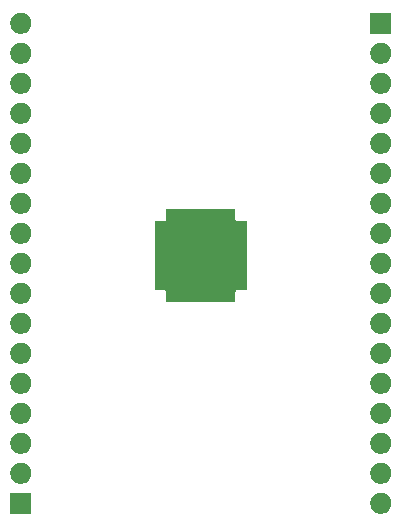
<source format=gbr>
G04 #@! TF.GenerationSoftware,KiCad,Pcbnew,(5.1.5-0-10_14)*
G04 #@! TF.CreationDate,2020-05-04T17:52:18-06:00*
G04 #@! TF.ProjectId,L6207Q,4c363230-3751-42e6-9b69-6361645f7063,rev?*
G04 #@! TF.SameCoordinates,Original*
G04 #@! TF.FileFunction,Soldermask,Top*
G04 #@! TF.FilePolarity,Negative*
%FSLAX46Y46*%
G04 Gerber Fmt 4.6, Leading zero omitted, Abs format (unit mm)*
G04 Created by KiCad (PCBNEW (5.1.5-0-10_14)) date 2020-05-04 17:52:18*
%MOMM*%
%LPD*%
G04 APERTURE LIST*
%ADD10C,0.100000*%
G04 APERTURE END LIST*
D10*
G36*
X44563512Y-53713927D02*
G01*
X44712812Y-53743624D01*
X44876784Y-53811544D01*
X45024354Y-53910147D01*
X45149853Y-54035646D01*
X45248456Y-54183216D01*
X45316376Y-54347188D01*
X45351000Y-54521259D01*
X45351000Y-54698741D01*
X45316376Y-54872812D01*
X45248456Y-55036784D01*
X45149853Y-55184354D01*
X45024354Y-55309853D01*
X44876784Y-55408456D01*
X44712812Y-55476376D01*
X44563512Y-55506073D01*
X44538742Y-55511000D01*
X44361258Y-55511000D01*
X44336488Y-55506073D01*
X44187188Y-55476376D01*
X44023216Y-55408456D01*
X43875646Y-55309853D01*
X43750147Y-55184354D01*
X43651544Y-55036784D01*
X43583624Y-54872812D01*
X43549000Y-54698741D01*
X43549000Y-54521259D01*
X43583624Y-54347188D01*
X43651544Y-54183216D01*
X43750147Y-54035646D01*
X43875646Y-53910147D01*
X44023216Y-53811544D01*
X44187188Y-53743624D01*
X44336488Y-53713927D01*
X44361258Y-53709000D01*
X44538742Y-53709000D01*
X44563512Y-53713927D01*
G37*
G36*
X14871000Y-55511000D02*
G01*
X13069000Y-55511000D01*
X13069000Y-53709000D01*
X14871000Y-53709000D01*
X14871000Y-55511000D01*
G37*
G36*
X44563512Y-51173927D02*
G01*
X44712812Y-51203624D01*
X44876784Y-51271544D01*
X45024354Y-51370147D01*
X45149853Y-51495646D01*
X45248456Y-51643216D01*
X45316376Y-51807188D01*
X45351000Y-51981259D01*
X45351000Y-52158741D01*
X45316376Y-52332812D01*
X45248456Y-52496784D01*
X45149853Y-52644354D01*
X45024354Y-52769853D01*
X44876784Y-52868456D01*
X44712812Y-52936376D01*
X44563512Y-52966073D01*
X44538742Y-52971000D01*
X44361258Y-52971000D01*
X44336488Y-52966073D01*
X44187188Y-52936376D01*
X44023216Y-52868456D01*
X43875646Y-52769853D01*
X43750147Y-52644354D01*
X43651544Y-52496784D01*
X43583624Y-52332812D01*
X43549000Y-52158741D01*
X43549000Y-51981259D01*
X43583624Y-51807188D01*
X43651544Y-51643216D01*
X43750147Y-51495646D01*
X43875646Y-51370147D01*
X44023216Y-51271544D01*
X44187188Y-51203624D01*
X44336488Y-51173927D01*
X44361258Y-51169000D01*
X44538742Y-51169000D01*
X44563512Y-51173927D01*
G37*
G36*
X14083512Y-51173927D02*
G01*
X14232812Y-51203624D01*
X14396784Y-51271544D01*
X14544354Y-51370147D01*
X14669853Y-51495646D01*
X14768456Y-51643216D01*
X14836376Y-51807188D01*
X14871000Y-51981259D01*
X14871000Y-52158741D01*
X14836376Y-52332812D01*
X14768456Y-52496784D01*
X14669853Y-52644354D01*
X14544354Y-52769853D01*
X14396784Y-52868456D01*
X14232812Y-52936376D01*
X14083512Y-52966073D01*
X14058742Y-52971000D01*
X13881258Y-52971000D01*
X13856488Y-52966073D01*
X13707188Y-52936376D01*
X13543216Y-52868456D01*
X13395646Y-52769853D01*
X13270147Y-52644354D01*
X13171544Y-52496784D01*
X13103624Y-52332812D01*
X13069000Y-52158741D01*
X13069000Y-51981259D01*
X13103624Y-51807188D01*
X13171544Y-51643216D01*
X13270147Y-51495646D01*
X13395646Y-51370147D01*
X13543216Y-51271544D01*
X13707188Y-51203624D01*
X13856488Y-51173927D01*
X13881258Y-51169000D01*
X14058742Y-51169000D01*
X14083512Y-51173927D01*
G37*
G36*
X44563512Y-48633927D02*
G01*
X44712812Y-48663624D01*
X44876784Y-48731544D01*
X45024354Y-48830147D01*
X45149853Y-48955646D01*
X45248456Y-49103216D01*
X45316376Y-49267188D01*
X45351000Y-49441259D01*
X45351000Y-49618741D01*
X45316376Y-49792812D01*
X45248456Y-49956784D01*
X45149853Y-50104354D01*
X45024354Y-50229853D01*
X44876784Y-50328456D01*
X44712812Y-50396376D01*
X44563512Y-50426073D01*
X44538742Y-50431000D01*
X44361258Y-50431000D01*
X44336488Y-50426073D01*
X44187188Y-50396376D01*
X44023216Y-50328456D01*
X43875646Y-50229853D01*
X43750147Y-50104354D01*
X43651544Y-49956784D01*
X43583624Y-49792812D01*
X43549000Y-49618741D01*
X43549000Y-49441259D01*
X43583624Y-49267188D01*
X43651544Y-49103216D01*
X43750147Y-48955646D01*
X43875646Y-48830147D01*
X44023216Y-48731544D01*
X44187188Y-48663624D01*
X44336488Y-48633927D01*
X44361258Y-48629000D01*
X44538742Y-48629000D01*
X44563512Y-48633927D01*
G37*
G36*
X14083512Y-48633927D02*
G01*
X14232812Y-48663624D01*
X14396784Y-48731544D01*
X14544354Y-48830147D01*
X14669853Y-48955646D01*
X14768456Y-49103216D01*
X14836376Y-49267188D01*
X14871000Y-49441259D01*
X14871000Y-49618741D01*
X14836376Y-49792812D01*
X14768456Y-49956784D01*
X14669853Y-50104354D01*
X14544354Y-50229853D01*
X14396784Y-50328456D01*
X14232812Y-50396376D01*
X14083512Y-50426073D01*
X14058742Y-50431000D01*
X13881258Y-50431000D01*
X13856488Y-50426073D01*
X13707188Y-50396376D01*
X13543216Y-50328456D01*
X13395646Y-50229853D01*
X13270147Y-50104354D01*
X13171544Y-49956784D01*
X13103624Y-49792812D01*
X13069000Y-49618741D01*
X13069000Y-49441259D01*
X13103624Y-49267188D01*
X13171544Y-49103216D01*
X13270147Y-48955646D01*
X13395646Y-48830147D01*
X13543216Y-48731544D01*
X13707188Y-48663624D01*
X13856488Y-48633927D01*
X13881258Y-48629000D01*
X14058742Y-48629000D01*
X14083512Y-48633927D01*
G37*
G36*
X44563512Y-46093927D02*
G01*
X44712812Y-46123624D01*
X44876784Y-46191544D01*
X45024354Y-46290147D01*
X45149853Y-46415646D01*
X45248456Y-46563216D01*
X45316376Y-46727188D01*
X45351000Y-46901259D01*
X45351000Y-47078741D01*
X45316376Y-47252812D01*
X45248456Y-47416784D01*
X45149853Y-47564354D01*
X45024354Y-47689853D01*
X44876784Y-47788456D01*
X44712812Y-47856376D01*
X44563512Y-47886073D01*
X44538742Y-47891000D01*
X44361258Y-47891000D01*
X44336488Y-47886073D01*
X44187188Y-47856376D01*
X44023216Y-47788456D01*
X43875646Y-47689853D01*
X43750147Y-47564354D01*
X43651544Y-47416784D01*
X43583624Y-47252812D01*
X43549000Y-47078741D01*
X43549000Y-46901259D01*
X43583624Y-46727188D01*
X43651544Y-46563216D01*
X43750147Y-46415646D01*
X43875646Y-46290147D01*
X44023216Y-46191544D01*
X44187188Y-46123624D01*
X44336488Y-46093927D01*
X44361258Y-46089000D01*
X44538742Y-46089000D01*
X44563512Y-46093927D01*
G37*
G36*
X14083512Y-46093927D02*
G01*
X14232812Y-46123624D01*
X14396784Y-46191544D01*
X14544354Y-46290147D01*
X14669853Y-46415646D01*
X14768456Y-46563216D01*
X14836376Y-46727188D01*
X14871000Y-46901259D01*
X14871000Y-47078741D01*
X14836376Y-47252812D01*
X14768456Y-47416784D01*
X14669853Y-47564354D01*
X14544354Y-47689853D01*
X14396784Y-47788456D01*
X14232812Y-47856376D01*
X14083512Y-47886073D01*
X14058742Y-47891000D01*
X13881258Y-47891000D01*
X13856488Y-47886073D01*
X13707188Y-47856376D01*
X13543216Y-47788456D01*
X13395646Y-47689853D01*
X13270147Y-47564354D01*
X13171544Y-47416784D01*
X13103624Y-47252812D01*
X13069000Y-47078741D01*
X13069000Y-46901259D01*
X13103624Y-46727188D01*
X13171544Y-46563216D01*
X13270147Y-46415646D01*
X13395646Y-46290147D01*
X13543216Y-46191544D01*
X13707188Y-46123624D01*
X13856488Y-46093927D01*
X13881258Y-46089000D01*
X14058742Y-46089000D01*
X14083512Y-46093927D01*
G37*
G36*
X44563512Y-43553927D02*
G01*
X44712812Y-43583624D01*
X44876784Y-43651544D01*
X45024354Y-43750147D01*
X45149853Y-43875646D01*
X45248456Y-44023216D01*
X45316376Y-44187188D01*
X45351000Y-44361259D01*
X45351000Y-44538741D01*
X45316376Y-44712812D01*
X45248456Y-44876784D01*
X45149853Y-45024354D01*
X45024354Y-45149853D01*
X44876784Y-45248456D01*
X44712812Y-45316376D01*
X44563512Y-45346073D01*
X44538742Y-45351000D01*
X44361258Y-45351000D01*
X44336488Y-45346073D01*
X44187188Y-45316376D01*
X44023216Y-45248456D01*
X43875646Y-45149853D01*
X43750147Y-45024354D01*
X43651544Y-44876784D01*
X43583624Y-44712812D01*
X43549000Y-44538741D01*
X43549000Y-44361259D01*
X43583624Y-44187188D01*
X43651544Y-44023216D01*
X43750147Y-43875646D01*
X43875646Y-43750147D01*
X44023216Y-43651544D01*
X44187188Y-43583624D01*
X44336488Y-43553927D01*
X44361258Y-43549000D01*
X44538742Y-43549000D01*
X44563512Y-43553927D01*
G37*
G36*
X14083512Y-43553927D02*
G01*
X14232812Y-43583624D01*
X14396784Y-43651544D01*
X14544354Y-43750147D01*
X14669853Y-43875646D01*
X14768456Y-44023216D01*
X14836376Y-44187188D01*
X14871000Y-44361259D01*
X14871000Y-44538741D01*
X14836376Y-44712812D01*
X14768456Y-44876784D01*
X14669853Y-45024354D01*
X14544354Y-45149853D01*
X14396784Y-45248456D01*
X14232812Y-45316376D01*
X14083512Y-45346073D01*
X14058742Y-45351000D01*
X13881258Y-45351000D01*
X13856488Y-45346073D01*
X13707188Y-45316376D01*
X13543216Y-45248456D01*
X13395646Y-45149853D01*
X13270147Y-45024354D01*
X13171544Y-44876784D01*
X13103624Y-44712812D01*
X13069000Y-44538741D01*
X13069000Y-44361259D01*
X13103624Y-44187188D01*
X13171544Y-44023216D01*
X13270147Y-43875646D01*
X13395646Y-43750147D01*
X13543216Y-43651544D01*
X13707188Y-43583624D01*
X13856488Y-43553927D01*
X13881258Y-43549000D01*
X14058742Y-43549000D01*
X14083512Y-43553927D01*
G37*
G36*
X44563512Y-41013927D02*
G01*
X44712812Y-41043624D01*
X44876784Y-41111544D01*
X45024354Y-41210147D01*
X45149853Y-41335646D01*
X45248456Y-41483216D01*
X45316376Y-41647188D01*
X45351000Y-41821259D01*
X45351000Y-41998741D01*
X45316376Y-42172812D01*
X45248456Y-42336784D01*
X45149853Y-42484354D01*
X45024354Y-42609853D01*
X44876784Y-42708456D01*
X44712812Y-42776376D01*
X44563512Y-42806073D01*
X44538742Y-42811000D01*
X44361258Y-42811000D01*
X44336488Y-42806073D01*
X44187188Y-42776376D01*
X44023216Y-42708456D01*
X43875646Y-42609853D01*
X43750147Y-42484354D01*
X43651544Y-42336784D01*
X43583624Y-42172812D01*
X43549000Y-41998741D01*
X43549000Y-41821259D01*
X43583624Y-41647188D01*
X43651544Y-41483216D01*
X43750147Y-41335646D01*
X43875646Y-41210147D01*
X44023216Y-41111544D01*
X44187188Y-41043624D01*
X44336488Y-41013927D01*
X44361258Y-41009000D01*
X44538742Y-41009000D01*
X44563512Y-41013927D01*
G37*
G36*
X14083512Y-41013927D02*
G01*
X14232812Y-41043624D01*
X14396784Y-41111544D01*
X14544354Y-41210147D01*
X14669853Y-41335646D01*
X14768456Y-41483216D01*
X14836376Y-41647188D01*
X14871000Y-41821259D01*
X14871000Y-41998741D01*
X14836376Y-42172812D01*
X14768456Y-42336784D01*
X14669853Y-42484354D01*
X14544354Y-42609853D01*
X14396784Y-42708456D01*
X14232812Y-42776376D01*
X14083512Y-42806073D01*
X14058742Y-42811000D01*
X13881258Y-42811000D01*
X13856488Y-42806073D01*
X13707188Y-42776376D01*
X13543216Y-42708456D01*
X13395646Y-42609853D01*
X13270147Y-42484354D01*
X13171544Y-42336784D01*
X13103624Y-42172812D01*
X13069000Y-41998741D01*
X13069000Y-41821259D01*
X13103624Y-41647188D01*
X13171544Y-41483216D01*
X13270147Y-41335646D01*
X13395646Y-41210147D01*
X13543216Y-41111544D01*
X13707188Y-41043624D01*
X13856488Y-41013927D01*
X13881258Y-41009000D01*
X14058742Y-41009000D01*
X14083512Y-41013927D01*
G37*
G36*
X44563512Y-38473927D02*
G01*
X44712812Y-38503624D01*
X44876784Y-38571544D01*
X45024354Y-38670147D01*
X45149853Y-38795646D01*
X45248456Y-38943216D01*
X45316376Y-39107188D01*
X45351000Y-39281259D01*
X45351000Y-39458741D01*
X45316376Y-39632812D01*
X45248456Y-39796784D01*
X45149853Y-39944354D01*
X45024354Y-40069853D01*
X44876784Y-40168456D01*
X44712812Y-40236376D01*
X44563512Y-40266073D01*
X44538742Y-40271000D01*
X44361258Y-40271000D01*
X44336488Y-40266073D01*
X44187188Y-40236376D01*
X44023216Y-40168456D01*
X43875646Y-40069853D01*
X43750147Y-39944354D01*
X43651544Y-39796784D01*
X43583624Y-39632812D01*
X43549000Y-39458741D01*
X43549000Y-39281259D01*
X43583624Y-39107188D01*
X43651544Y-38943216D01*
X43750147Y-38795646D01*
X43875646Y-38670147D01*
X44023216Y-38571544D01*
X44187188Y-38503624D01*
X44336488Y-38473927D01*
X44361258Y-38469000D01*
X44538742Y-38469000D01*
X44563512Y-38473927D01*
G37*
G36*
X14083512Y-38473927D02*
G01*
X14232812Y-38503624D01*
X14396784Y-38571544D01*
X14544354Y-38670147D01*
X14669853Y-38795646D01*
X14768456Y-38943216D01*
X14836376Y-39107188D01*
X14871000Y-39281259D01*
X14871000Y-39458741D01*
X14836376Y-39632812D01*
X14768456Y-39796784D01*
X14669853Y-39944354D01*
X14544354Y-40069853D01*
X14396784Y-40168456D01*
X14232812Y-40236376D01*
X14083512Y-40266073D01*
X14058742Y-40271000D01*
X13881258Y-40271000D01*
X13856488Y-40266073D01*
X13707188Y-40236376D01*
X13543216Y-40168456D01*
X13395646Y-40069853D01*
X13270147Y-39944354D01*
X13171544Y-39796784D01*
X13103624Y-39632812D01*
X13069000Y-39458741D01*
X13069000Y-39281259D01*
X13103624Y-39107188D01*
X13171544Y-38943216D01*
X13270147Y-38795646D01*
X13395646Y-38670147D01*
X13543216Y-38571544D01*
X13707188Y-38503624D01*
X13856488Y-38473927D01*
X13881258Y-38469000D01*
X14058742Y-38469000D01*
X14083512Y-38473927D01*
G37*
G36*
X44563512Y-35933927D02*
G01*
X44712812Y-35963624D01*
X44876784Y-36031544D01*
X45024354Y-36130147D01*
X45149853Y-36255646D01*
X45248456Y-36403216D01*
X45316376Y-36567188D01*
X45351000Y-36741259D01*
X45351000Y-36918741D01*
X45316376Y-37092812D01*
X45248456Y-37256784D01*
X45149853Y-37404354D01*
X45024354Y-37529853D01*
X44876784Y-37628456D01*
X44712812Y-37696376D01*
X44563512Y-37726073D01*
X44538742Y-37731000D01*
X44361258Y-37731000D01*
X44336488Y-37726073D01*
X44187188Y-37696376D01*
X44023216Y-37628456D01*
X43875646Y-37529853D01*
X43750147Y-37404354D01*
X43651544Y-37256784D01*
X43583624Y-37092812D01*
X43549000Y-36918741D01*
X43549000Y-36741259D01*
X43583624Y-36567188D01*
X43651544Y-36403216D01*
X43750147Y-36255646D01*
X43875646Y-36130147D01*
X44023216Y-36031544D01*
X44187188Y-35963624D01*
X44336488Y-35933927D01*
X44361258Y-35929000D01*
X44538742Y-35929000D01*
X44563512Y-35933927D01*
G37*
G36*
X14083512Y-35933927D02*
G01*
X14232812Y-35963624D01*
X14396784Y-36031544D01*
X14544354Y-36130147D01*
X14669853Y-36255646D01*
X14768456Y-36403216D01*
X14836376Y-36567188D01*
X14871000Y-36741259D01*
X14871000Y-36918741D01*
X14836376Y-37092812D01*
X14768456Y-37256784D01*
X14669853Y-37404354D01*
X14544354Y-37529853D01*
X14396784Y-37628456D01*
X14232812Y-37696376D01*
X14083512Y-37726073D01*
X14058742Y-37731000D01*
X13881258Y-37731000D01*
X13856488Y-37726073D01*
X13707188Y-37696376D01*
X13543216Y-37628456D01*
X13395646Y-37529853D01*
X13270147Y-37404354D01*
X13171544Y-37256784D01*
X13103624Y-37092812D01*
X13069000Y-36918741D01*
X13069000Y-36741259D01*
X13103624Y-36567188D01*
X13171544Y-36403216D01*
X13270147Y-36255646D01*
X13395646Y-36130147D01*
X13543216Y-36031544D01*
X13707188Y-35963624D01*
X13856488Y-35933927D01*
X13881258Y-35929000D01*
X14058742Y-35929000D01*
X14083512Y-35933927D01*
G37*
G36*
X32146000Y-30594001D02*
G01*
X32148402Y-30618387D01*
X32155515Y-30641836D01*
X32167066Y-30663447D01*
X32182611Y-30682389D01*
X32201553Y-30697934D01*
X32223164Y-30709485D01*
X32246613Y-30716598D01*
X32270999Y-30719000D01*
X33126000Y-30719000D01*
X33126000Y-36591000D01*
X32270999Y-36591000D01*
X32246613Y-36593402D01*
X32223164Y-36600515D01*
X32201553Y-36612066D01*
X32182611Y-36627611D01*
X32167066Y-36646553D01*
X32155515Y-36668164D01*
X32148402Y-36691613D01*
X32146000Y-36715999D01*
X32146000Y-37571000D01*
X26274000Y-37571000D01*
X26274000Y-36715999D01*
X26271598Y-36691613D01*
X26264485Y-36668164D01*
X26252934Y-36646553D01*
X26237389Y-36627611D01*
X26218447Y-36612066D01*
X26196836Y-36600515D01*
X26173387Y-36593402D01*
X26149001Y-36591000D01*
X25294000Y-36591000D01*
X25294000Y-30719000D01*
X26149001Y-30719000D01*
X26173387Y-30716598D01*
X26196836Y-30709485D01*
X26218447Y-30697934D01*
X26237389Y-30682389D01*
X26252934Y-30663447D01*
X26264485Y-30641836D01*
X26271598Y-30618387D01*
X26274000Y-30594001D01*
X26274000Y-29739000D01*
X32146000Y-29739000D01*
X32146000Y-30594001D01*
G37*
G36*
X44563512Y-33393927D02*
G01*
X44712812Y-33423624D01*
X44876784Y-33491544D01*
X45024354Y-33590147D01*
X45149853Y-33715646D01*
X45248456Y-33863216D01*
X45316376Y-34027188D01*
X45351000Y-34201259D01*
X45351000Y-34378741D01*
X45316376Y-34552812D01*
X45248456Y-34716784D01*
X45149853Y-34864354D01*
X45024354Y-34989853D01*
X44876784Y-35088456D01*
X44712812Y-35156376D01*
X44563512Y-35186073D01*
X44538742Y-35191000D01*
X44361258Y-35191000D01*
X44336488Y-35186073D01*
X44187188Y-35156376D01*
X44023216Y-35088456D01*
X43875646Y-34989853D01*
X43750147Y-34864354D01*
X43651544Y-34716784D01*
X43583624Y-34552812D01*
X43549000Y-34378741D01*
X43549000Y-34201259D01*
X43583624Y-34027188D01*
X43651544Y-33863216D01*
X43750147Y-33715646D01*
X43875646Y-33590147D01*
X44023216Y-33491544D01*
X44187188Y-33423624D01*
X44336488Y-33393927D01*
X44361258Y-33389000D01*
X44538742Y-33389000D01*
X44563512Y-33393927D01*
G37*
G36*
X14083512Y-33393927D02*
G01*
X14232812Y-33423624D01*
X14396784Y-33491544D01*
X14544354Y-33590147D01*
X14669853Y-33715646D01*
X14768456Y-33863216D01*
X14836376Y-34027188D01*
X14871000Y-34201259D01*
X14871000Y-34378741D01*
X14836376Y-34552812D01*
X14768456Y-34716784D01*
X14669853Y-34864354D01*
X14544354Y-34989853D01*
X14396784Y-35088456D01*
X14232812Y-35156376D01*
X14083512Y-35186073D01*
X14058742Y-35191000D01*
X13881258Y-35191000D01*
X13856488Y-35186073D01*
X13707188Y-35156376D01*
X13543216Y-35088456D01*
X13395646Y-34989853D01*
X13270147Y-34864354D01*
X13171544Y-34716784D01*
X13103624Y-34552812D01*
X13069000Y-34378741D01*
X13069000Y-34201259D01*
X13103624Y-34027188D01*
X13171544Y-33863216D01*
X13270147Y-33715646D01*
X13395646Y-33590147D01*
X13543216Y-33491544D01*
X13707188Y-33423624D01*
X13856488Y-33393927D01*
X13881258Y-33389000D01*
X14058742Y-33389000D01*
X14083512Y-33393927D01*
G37*
G36*
X14083512Y-30853927D02*
G01*
X14232812Y-30883624D01*
X14396784Y-30951544D01*
X14544354Y-31050147D01*
X14669853Y-31175646D01*
X14768456Y-31323216D01*
X14836376Y-31487188D01*
X14871000Y-31661259D01*
X14871000Y-31838741D01*
X14836376Y-32012812D01*
X14768456Y-32176784D01*
X14669853Y-32324354D01*
X14544354Y-32449853D01*
X14396784Y-32548456D01*
X14232812Y-32616376D01*
X14083512Y-32646073D01*
X14058742Y-32651000D01*
X13881258Y-32651000D01*
X13856488Y-32646073D01*
X13707188Y-32616376D01*
X13543216Y-32548456D01*
X13395646Y-32449853D01*
X13270147Y-32324354D01*
X13171544Y-32176784D01*
X13103624Y-32012812D01*
X13069000Y-31838741D01*
X13069000Y-31661259D01*
X13103624Y-31487188D01*
X13171544Y-31323216D01*
X13270147Y-31175646D01*
X13395646Y-31050147D01*
X13543216Y-30951544D01*
X13707188Y-30883624D01*
X13856488Y-30853927D01*
X13881258Y-30849000D01*
X14058742Y-30849000D01*
X14083512Y-30853927D01*
G37*
G36*
X44563512Y-30853927D02*
G01*
X44712812Y-30883624D01*
X44876784Y-30951544D01*
X45024354Y-31050147D01*
X45149853Y-31175646D01*
X45248456Y-31323216D01*
X45316376Y-31487188D01*
X45351000Y-31661259D01*
X45351000Y-31838741D01*
X45316376Y-32012812D01*
X45248456Y-32176784D01*
X45149853Y-32324354D01*
X45024354Y-32449853D01*
X44876784Y-32548456D01*
X44712812Y-32616376D01*
X44563512Y-32646073D01*
X44538742Y-32651000D01*
X44361258Y-32651000D01*
X44336488Y-32646073D01*
X44187188Y-32616376D01*
X44023216Y-32548456D01*
X43875646Y-32449853D01*
X43750147Y-32324354D01*
X43651544Y-32176784D01*
X43583624Y-32012812D01*
X43549000Y-31838741D01*
X43549000Y-31661259D01*
X43583624Y-31487188D01*
X43651544Y-31323216D01*
X43750147Y-31175646D01*
X43875646Y-31050147D01*
X44023216Y-30951544D01*
X44187188Y-30883624D01*
X44336488Y-30853927D01*
X44361258Y-30849000D01*
X44538742Y-30849000D01*
X44563512Y-30853927D01*
G37*
G36*
X44563512Y-28313927D02*
G01*
X44712812Y-28343624D01*
X44876784Y-28411544D01*
X45024354Y-28510147D01*
X45149853Y-28635646D01*
X45248456Y-28783216D01*
X45316376Y-28947188D01*
X45351000Y-29121259D01*
X45351000Y-29298741D01*
X45316376Y-29472812D01*
X45248456Y-29636784D01*
X45149853Y-29784354D01*
X45024354Y-29909853D01*
X44876784Y-30008456D01*
X44712812Y-30076376D01*
X44563512Y-30106073D01*
X44538742Y-30111000D01*
X44361258Y-30111000D01*
X44336488Y-30106073D01*
X44187188Y-30076376D01*
X44023216Y-30008456D01*
X43875646Y-29909853D01*
X43750147Y-29784354D01*
X43651544Y-29636784D01*
X43583624Y-29472812D01*
X43549000Y-29298741D01*
X43549000Y-29121259D01*
X43583624Y-28947188D01*
X43651544Y-28783216D01*
X43750147Y-28635646D01*
X43875646Y-28510147D01*
X44023216Y-28411544D01*
X44187188Y-28343624D01*
X44336488Y-28313927D01*
X44361258Y-28309000D01*
X44538742Y-28309000D01*
X44563512Y-28313927D01*
G37*
G36*
X14083512Y-28313927D02*
G01*
X14232812Y-28343624D01*
X14396784Y-28411544D01*
X14544354Y-28510147D01*
X14669853Y-28635646D01*
X14768456Y-28783216D01*
X14836376Y-28947188D01*
X14871000Y-29121259D01*
X14871000Y-29298741D01*
X14836376Y-29472812D01*
X14768456Y-29636784D01*
X14669853Y-29784354D01*
X14544354Y-29909853D01*
X14396784Y-30008456D01*
X14232812Y-30076376D01*
X14083512Y-30106073D01*
X14058742Y-30111000D01*
X13881258Y-30111000D01*
X13856488Y-30106073D01*
X13707188Y-30076376D01*
X13543216Y-30008456D01*
X13395646Y-29909853D01*
X13270147Y-29784354D01*
X13171544Y-29636784D01*
X13103624Y-29472812D01*
X13069000Y-29298741D01*
X13069000Y-29121259D01*
X13103624Y-28947188D01*
X13171544Y-28783216D01*
X13270147Y-28635646D01*
X13395646Y-28510147D01*
X13543216Y-28411544D01*
X13707188Y-28343624D01*
X13856488Y-28313927D01*
X13881258Y-28309000D01*
X14058742Y-28309000D01*
X14083512Y-28313927D01*
G37*
G36*
X44563512Y-25773927D02*
G01*
X44712812Y-25803624D01*
X44876784Y-25871544D01*
X45024354Y-25970147D01*
X45149853Y-26095646D01*
X45248456Y-26243216D01*
X45316376Y-26407188D01*
X45351000Y-26581259D01*
X45351000Y-26758741D01*
X45316376Y-26932812D01*
X45248456Y-27096784D01*
X45149853Y-27244354D01*
X45024354Y-27369853D01*
X44876784Y-27468456D01*
X44712812Y-27536376D01*
X44563512Y-27566073D01*
X44538742Y-27571000D01*
X44361258Y-27571000D01*
X44336488Y-27566073D01*
X44187188Y-27536376D01*
X44023216Y-27468456D01*
X43875646Y-27369853D01*
X43750147Y-27244354D01*
X43651544Y-27096784D01*
X43583624Y-26932812D01*
X43549000Y-26758741D01*
X43549000Y-26581259D01*
X43583624Y-26407188D01*
X43651544Y-26243216D01*
X43750147Y-26095646D01*
X43875646Y-25970147D01*
X44023216Y-25871544D01*
X44187188Y-25803624D01*
X44336488Y-25773927D01*
X44361258Y-25769000D01*
X44538742Y-25769000D01*
X44563512Y-25773927D01*
G37*
G36*
X14083512Y-25773927D02*
G01*
X14232812Y-25803624D01*
X14396784Y-25871544D01*
X14544354Y-25970147D01*
X14669853Y-26095646D01*
X14768456Y-26243216D01*
X14836376Y-26407188D01*
X14871000Y-26581259D01*
X14871000Y-26758741D01*
X14836376Y-26932812D01*
X14768456Y-27096784D01*
X14669853Y-27244354D01*
X14544354Y-27369853D01*
X14396784Y-27468456D01*
X14232812Y-27536376D01*
X14083512Y-27566073D01*
X14058742Y-27571000D01*
X13881258Y-27571000D01*
X13856488Y-27566073D01*
X13707188Y-27536376D01*
X13543216Y-27468456D01*
X13395646Y-27369853D01*
X13270147Y-27244354D01*
X13171544Y-27096784D01*
X13103624Y-26932812D01*
X13069000Y-26758741D01*
X13069000Y-26581259D01*
X13103624Y-26407188D01*
X13171544Y-26243216D01*
X13270147Y-26095646D01*
X13395646Y-25970147D01*
X13543216Y-25871544D01*
X13707188Y-25803624D01*
X13856488Y-25773927D01*
X13881258Y-25769000D01*
X14058742Y-25769000D01*
X14083512Y-25773927D01*
G37*
G36*
X44563512Y-23233927D02*
G01*
X44712812Y-23263624D01*
X44876784Y-23331544D01*
X45024354Y-23430147D01*
X45149853Y-23555646D01*
X45248456Y-23703216D01*
X45316376Y-23867188D01*
X45351000Y-24041259D01*
X45351000Y-24218741D01*
X45316376Y-24392812D01*
X45248456Y-24556784D01*
X45149853Y-24704354D01*
X45024354Y-24829853D01*
X44876784Y-24928456D01*
X44712812Y-24996376D01*
X44563512Y-25026073D01*
X44538742Y-25031000D01*
X44361258Y-25031000D01*
X44336488Y-25026073D01*
X44187188Y-24996376D01*
X44023216Y-24928456D01*
X43875646Y-24829853D01*
X43750147Y-24704354D01*
X43651544Y-24556784D01*
X43583624Y-24392812D01*
X43549000Y-24218741D01*
X43549000Y-24041259D01*
X43583624Y-23867188D01*
X43651544Y-23703216D01*
X43750147Y-23555646D01*
X43875646Y-23430147D01*
X44023216Y-23331544D01*
X44187188Y-23263624D01*
X44336488Y-23233927D01*
X44361258Y-23229000D01*
X44538742Y-23229000D01*
X44563512Y-23233927D01*
G37*
G36*
X14083512Y-23233927D02*
G01*
X14232812Y-23263624D01*
X14396784Y-23331544D01*
X14544354Y-23430147D01*
X14669853Y-23555646D01*
X14768456Y-23703216D01*
X14836376Y-23867188D01*
X14871000Y-24041259D01*
X14871000Y-24218741D01*
X14836376Y-24392812D01*
X14768456Y-24556784D01*
X14669853Y-24704354D01*
X14544354Y-24829853D01*
X14396784Y-24928456D01*
X14232812Y-24996376D01*
X14083512Y-25026073D01*
X14058742Y-25031000D01*
X13881258Y-25031000D01*
X13856488Y-25026073D01*
X13707188Y-24996376D01*
X13543216Y-24928456D01*
X13395646Y-24829853D01*
X13270147Y-24704354D01*
X13171544Y-24556784D01*
X13103624Y-24392812D01*
X13069000Y-24218741D01*
X13069000Y-24041259D01*
X13103624Y-23867188D01*
X13171544Y-23703216D01*
X13270147Y-23555646D01*
X13395646Y-23430147D01*
X13543216Y-23331544D01*
X13707188Y-23263624D01*
X13856488Y-23233927D01*
X13881258Y-23229000D01*
X14058742Y-23229000D01*
X14083512Y-23233927D01*
G37*
G36*
X44563512Y-20693927D02*
G01*
X44712812Y-20723624D01*
X44876784Y-20791544D01*
X45024354Y-20890147D01*
X45149853Y-21015646D01*
X45248456Y-21163216D01*
X45316376Y-21327188D01*
X45351000Y-21501259D01*
X45351000Y-21678741D01*
X45316376Y-21852812D01*
X45248456Y-22016784D01*
X45149853Y-22164354D01*
X45024354Y-22289853D01*
X44876784Y-22388456D01*
X44712812Y-22456376D01*
X44563512Y-22486073D01*
X44538742Y-22491000D01*
X44361258Y-22491000D01*
X44336488Y-22486073D01*
X44187188Y-22456376D01*
X44023216Y-22388456D01*
X43875646Y-22289853D01*
X43750147Y-22164354D01*
X43651544Y-22016784D01*
X43583624Y-21852812D01*
X43549000Y-21678741D01*
X43549000Y-21501259D01*
X43583624Y-21327188D01*
X43651544Y-21163216D01*
X43750147Y-21015646D01*
X43875646Y-20890147D01*
X44023216Y-20791544D01*
X44187188Y-20723624D01*
X44336488Y-20693927D01*
X44361258Y-20689000D01*
X44538742Y-20689000D01*
X44563512Y-20693927D01*
G37*
G36*
X14083512Y-20693927D02*
G01*
X14232812Y-20723624D01*
X14396784Y-20791544D01*
X14544354Y-20890147D01*
X14669853Y-21015646D01*
X14768456Y-21163216D01*
X14836376Y-21327188D01*
X14871000Y-21501259D01*
X14871000Y-21678741D01*
X14836376Y-21852812D01*
X14768456Y-22016784D01*
X14669853Y-22164354D01*
X14544354Y-22289853D01*
X14396784Y-22388456D01*
X14232812Y-22456376D01*
X14083512Y-22486073D01*
X14058742Y-22491000D01*
X13881258Y-22491000D01*
X13856488Y-22486073D01*
X13707188Y-22456376D01*
X13543216Y-22388456D01*
X13395646Y-22289853D01*
X13270147Y-22164354D01*
X13171544Y-22016784D01*
X13103624Y-21852812D01*
X13069000Y-21678741D01*
X13069000Y-21501259D01*
X13103624Y-21327188D01*
X13171544Y-21163216D01*
X13270147Y-21015646D01*
X13395646Y-20890147D01*
X13543216Y-20791544D01*
X13707188Y-20723624D01*
X13856488Y-20693927D01*
X13881258Y-20689000D01*
X14058742Y-20689000D01*
X14083512Y-20693927D01*
G37*
G36*
X14083512Y-18153927D02*
G01*
X14232812Y-18183624D01*
X14396784Y-18251544D01*
X14544354Y-18350147D01*
X14669853Y-18475646D01*
X14768456Y-18623216D01*
X14836376Y-18787188D01*
X14871000Y-18961259D01*
X14871000Y-19138741D01*
X14836376Y-19312812D01*
X14768456Y-19476784D01*
X14669853Y-19624354D01*
X14544354Y-19749853D01*
X14396784Y-19848456D01*
X14232812Y-19916376D01*
X14083512Y-19946073D01*
X14058742Y-19951000D01*
X13881258Y-19951000D01*
X13856488Y-19946073D01*
X13707188Y-19916376D01*
X13543216Y-19848456D01*
X13395646Y-19749853D01*
X13270147Y-19624354D01*
X13171544Y-19476784D01*
X13103624Y-19312812D01*
X13069000Y-19138741D01*
X13069000Y-18961259D01*
X13103624Y-18787188D01*
X13171544Y-18623216D01*
X13270147Y-18475646D01*
X13395646Y-18350147D01*
X13543216Y-18251544D01*
X13707188Y-18183624D01*
X13856488Y-18153927D01*
X13881258Y-18149000D01*
X14058742Y-18149000D01*
X14083512Y-18153927D01*
G37*
G36*
X44563512Y-18153927D02*
G01*
X44712812Y-18183624D01*
X44876784Y-18251544D01*
X45024354Y-18350147D01*
X45149853Y-18475646D01*
X45248456Y-18623216D01*
X45316376Y-18787188D01*
X45351000Y-18961259D01*
X45351000Y-19138741D01*
X45316376Y-19312812D01*
X45248456Y-19476784D01*
X45149853Y-19624354D01*
X45024354Y-19749853D01*
X44876784Y-19848456D01*
X44712812Y-19916376D01*
X44563512Y-19946073D01*
X44538742Y-19951000D01*
X44361258Y-19951000D01*
X44336488Y-19946073D01*
X44187188Y-19916376D01*
X44023216Y-19848456D01*
X43875646Y-19749853D01*
X43750147Y-19624354D01*
X43651544Y-19476784D01*
X43583624Y-19312812D01*
X43549000Y-19138741D01*
X43549000Y-18961259D01*
X43583624Y-18787188D01*
X43651544Y-18623216D01*
X43750147Y-18475646D01*
X43875646Y-18350147D01*
X44023216Y-18251544D01*
X44187188Y-18183624D01*
X44336488Y-18153927D01*
X44361258Y-18149000D01*
X44538742Y-18149000D01*
X44563512Y-18153927D01*
G37*
G36*
X44563512Y-15613927D02*
G01*
X44712812Y-15643624D01*
X44876784Y-15711544D01*
X45024354Y-15810147D01*
X45149853Y-15935646D01*
X45248456Y-16083216D01*
X45316376Y-16247188D01*
X45351000Y-16421259D01*
X45351000Y-16598741D01*
X45316376Y-16772812D01*
X45248456Y-16936784D01*
X45149853Y-17084354D01*
X45024354Y-17209853D01*
X44876784Y-17308456D01*
X44712812Y-17376376D01*
X44563512Y-17406073D01*
X44538742Y-17411000D01*
X44361258Y-17411000D01*
X44336488Y-17406073D01*
X44187188Y-17376376D01*
X44023216Y-17308456D01*
X43875646Y-17209853D01*
X43750147Y-17084354D01*
X43651544Y-16936784D01*
X43583624Y-16772812D01*
X43549000Y-16598741D01*
X43549000Y-16421259D01*
X43583624Y-16247188D01*
X43651544Y-16083216D01*
X43750147Y-15935646D01*
X43875646Y-15810147D01*
X44023216Y-15711544D01*
X44187188Y-15643624D01*
X44336488Y-15613927D01*
X44361258Y-15609000D01*
X44538742Y-15609000D01*
X44563512Y-15613927D01*
G37*
G36*
X14083512Y-15613927D02*
G01*
X14232812Y-15643624D01*
X14396784Y-15711544D01*
X14544354Y-15810147D01*
X14669853Y-15935646D01*
X14768456Y-16083216D01*
X14836376Y-16247188D01*
X14871000Y-16421259D01*
X14871000Y-16598741D01*
X14836376Y-16772812D01*
X14768456Y-16936784D01*
X14669853Y-17084354D01*
X14544354Y-17209853D01*
X14396784Y-17308456D01*
X14232812Y-17376376D01*
X14083512Y-17406073D01*
X14058742Y-17411000D01*
X13881258Y-17411000D01*
X13856488Y-17406073D01*
X13707188Y-17376376D01*
X13543216Y-17308456D01*
X13395646Y-17209853D01*
X13270147Y-17084354D01*
X13171544Y-16936784D01*
X13103624Y-16772812D01*
X13069000Y-16598741D01*
X13069000Y-16421259D01*
X13103624Y-16247188D01*
X13171544Y-16083216D01*
X13270147Y-15935646D01*
X13395646Y-15810147D01*
X13543216Y-15711544D01*
X13707188Y-15643624D01*
X13856488Y-15613927D01*
X13881258Y-15609000D01*
X14058742Y-15609000D01*
X14083512Y-15613927D01*
G37*
G36*
X14083512Y-13073927D02*
G01*
X14232812Y-13103624D01*
X14396784Y-13171544D01*
X14544354Y-13270147D01*
X14669853Y-13395646D01*
X14768456Y-13543216D01*
X14836376Y-13707188D01*
X14871000Y-13881259D01*
X14871000Y-14058741D01*
X14836376Y-14232812D01*
X14768456Y-14396784D01*
X14669853Y-14544354D01*
X14544354Y-14669853D01*
X14396784Y-14768456D01*
X14232812Y-14836376D01*
X14083512Y-14866073D01*
X14058742Y-14871000D01*
X13881258Y-14871000D01*
X13856488Y-14866073D01*
X13707188Y-14836376D01*
X13543216Y-14768456D01*
X13395646Y-14669853D01*
X13270147Y-14544354D01*
X13171544Y-14396784D01*
X13103624Y-14232812D01*
X13069000Y-14058741D01*
X13069000Y-13881259D01*
X13103624Y-13707188D01*
X13171544Y-13543216D01*
X13270147Y-13395646D01*
X13395646Y-13270147D01*
X13543216Y-13171544D01*
X13707188Y-13103624D01*
X13856488Y-13073927D01*
X13881258Y-13069000D01*
X14058742Y-13069000D01*
X14083512Y-13073927D01*
G37*
G36*
X45351000Y-14871000D02*
G01*
X43549000Y-14871000D01*
X43549000Y-13069000D01*
X45351000Y-13069000D01*
X45351000Y-14871000D01*
G37*
M02*

</source>
